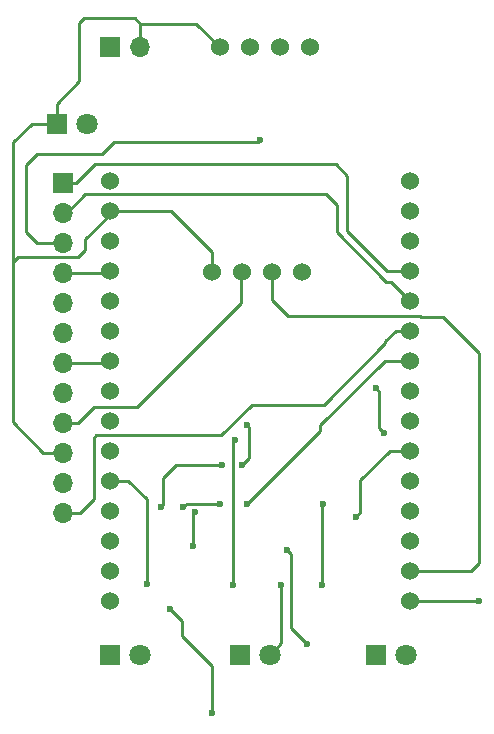
<source format=gbl>
G04 #@! TF.FileFunction,Copper,L2,Bot,Signal*
%FSLAX46Y46*%
G04 Gerber Fmt 4.6, Leading zero omitted, Abs format (unit mm)*
G04 Created by KiCad (PCBNEW 4.0.4-stable) date 10/08/17 18:19:30*
%MOMM*%
%LPD*%
G01*
G04 APERTURE LIST*
%ADD10C,0.100000*%
%ADD11R,1.800000X1.800000*%
%ADD12C,1.800000*%
%ADD13C,1.524000*%
%ADD14R,1.700000X1.700000*%
%ADD15O,1.700000X1.700000*%
%ADD16C,0.600000*%
%ADD17C,0.250000*%
G04 APERTURE END LIST*
D10*
D11*
X125500000Y-130000000D03*
D12*
X128040000Y-130000000D03*
D11*
X136500000Y-130000000D03*
D12*
X139040000Y-130000000D03*
D11*
X148000000Y-130000000D03*
D12*
X150540000Y-130000000D03*
D11*
X121000000Y-85000000D03*
D12*
X123540000Y-85000000D03*
D13*
X134152000Y-97600000D03*
X136692000Y-97600000D03*
X139232000Y-97600000D03*
X141772000Y-97600000D03*
X125500000Y-125380000D03*
X125500000Y-122840000D03*
X125500000Y-120300000D03*
X125500000Y-117760000D03*
X125500000Y-115220000D03*
X125500000Y-112680000D03*
X125500000Y-110140000D03*
X125500000Y-107600000D03*
X125500000Y-105060000D03*
X125500000Y-102520000D03*
X125500000Y-99980000D03*
X125500000Y-97440000D03*
X125500000Y-94900000D03*
X125500000Y-92360000D03*
X125500000Y-89820000D03*
X150900000Y-125380000D03*
X150900000Y-122840000D03*
X150900000Y-120300000D03*
X150900000Y-117760000D03*
X150900000Y-115220000D03*
X150900000Y-112680000D03*
X150900000Y-110140000D03*
X150900000Y-107600000D03*
X150900000Y-105060000D03*
X150900000Y-102520000D03*
X150900000Y-99980000D03*
X150900000Y-97440000D03*
X150900000Y-94900000D03*
X150900000Y-92360000D03*
X150900000Y-89820000D03*
X134770000Y-78500000D03*
X137310000Y-78500000D03*
X139850000Y-78500000D03*
X142390000Y-78500000D03*
D14*
X121500000Y-90000000D03*
D15*
X121500000Y-92540000D03*
X121500000Y-95080000D03*
X121500000Y-97620000D03*
X121500000Y-100160000D03*
X121500000Y-102700000D03*
X121500000Y-105240000D03*
X121500000Y-107780000D03*
X121500000Y-110320000D03*
X121500000Y-112860000D03*
X121500000Y-115400000D03*
X121500000Y-117940000D03*
D14*
X125500000Y-78500000D03*
D15*
X128040000Y-78500000D03*
D16*
X132500000Y-120800000D03*
X132700000Y-117900000D03*
X140000000Y-124100000D03*
X148000000Y-107400000D03*
X148700000Y-111200000D03*
X137100000Y-110500000D03*
X136700000Y-113900000D03*
X135000000Y-113900000D03*
X129800000Y-117500000D03*
X128600000Y-124000000D03*
X143400000Y-124100000D03*
X143500000Y-117200000D03*
X135900000Y-124100000D03*
X136100000Y-111800000D03*
X140500000Y-121100000D03*
X142200000Y-129100000D03*
X156700000Y-125400000D03*
X146300000Y-118300000D03*
X134100000Y-134900000D03*
X130600000Y-126100000D03*
X138200000Y-86400000D03*
X137100000Y-117200000D03*
X134800000Y-117200000D03*
X131700000Y-117500000D03*
D17*
X125500000Y-92360000D02*
X125500000Y-92700000D01*
X125500000Y-92700000D02*
X123400000Y-94800000D01*
X117700000Y-96300000D02*
X117300000Y-96700000D01*
X122800000Y-96300000D02*
X117700000Y-96300000D01*
X123400000Y-95700000D02*
X122800000Y-96300000D01*
X123400000Y-94800000D02*
X123400000Y-95700000D01*
X125500000Y-92360000D02*
X130660000Y-92360000D01*
X134152000Y-95852000D02*
X134152000Y-97600000D01*
X130660000Y-92360000D02*
X134152000Y-95852000D01*
X128040000Y-76540000D02*
X132810000Y-76540000D01*
X132810000Y-76540000D02*
X134770000Y-78500000D01*
X121000000Y-85000000D02*
X121000000Y-83300000D01*
X128040000Y-76540000D02*
X128040000Y-78500000D01*
X127600000Y-76100000D02*
X128040000Y-76540000D01*
X123300000Y-76100000D02*
X127600000Y-76100000D01*
X122900000Y-76500000D02*
X123300000Y-76100000D01*
X122900000Y-81400000D02*
X122900000Y-76500000D01*
X121000000Y-83300000D02*
X122900000Y-81400000D01*
X121500000Y-112860000D02*
X119860000Y-112860000D01*
X118900000Y-85000000D02*
X121000000Y-85000000D01*
X117300000Y-86600000D02*
X118900000Y-85000000D01*
X117300000Y-110300000D02*
X117300000Y-96700000D01*
X117300000Y-96700000D02*
X117300000Y-86600000D01*
X119860000Y-112860000D02*
X117300000Y-110300000D01*
X132500000Y-118100000D02*
X132500000Y-120800000D01*
X132700000Y-117900000D02*
X132500000Y-118100000D01*
X139040000Y-130000000D02*
X139040000Y-129960000D01*
X139040000Y-129960000D02*
X140000000Y-129000000D01*
X140000000Y-129000000D02*
X140000000Y-124100000D01*
X121500000Y-110320000D02*
X122780000Y-110320000D01*
X136600000Y-100200000D02*
X136600000Y-97692000D01*
X127800000Y-109000000D02*
X136600000Y-100200000D01*
X124100000Y-109000000D02*
X127800000Y-109000000D01*
X122780000Y-110320000D02*
X124100000Y-109000000D01*
X136600000Y-97692000D02*
X136692000Y-97600000D01*
X150900000Y-122840000D02*
X156060000Y-122840000D01*
X139232000Y-99932000D02*
X139232000Y-97600000D01*
X140600000Y-101300000D02*
X139232000Y-99932000D01*
X151700000Y-101300000D02*
X140600000Y-101300000D01*
X151800000Y-101400000D02*
X151700000Y-101300000D01*
X153700000Y-101400000D02*
X151800000Y-101400000D01*
X156700000Y-104400000D02*
X153700000Y-101400000D01*
X156700000Y-122200000D02*
X156700000Y-104400000D01*
X156060000Y-122840000D02*
X156700000Y-122200000D01*
X148300000Y-107700000D02*
X148000000Y-107400000D01*
X148300000Y-110800000D02*
X148300000Y-107700000D01*
X148700000Y-111200000D02*
X148300000Y-110800000D01*
X137300000Y-110700000D02*
X137100000Y-110500000D01*
X137300000Y-113300000D02*
X137300000Y-110700000D01*
X136700000Y-113900000D02*
X137300000Y-113300000D01*
X131100000Y-113900000D02*
X135000000Y-113900000D01*
X130000000Y-115000000D02*
X131100000Y-113900000D01*
X130000000Y-117300000D02*
X130000000Y-115000000D01*
X129800000Y-117500000D02*
X130000000Y-117300000D01*
X125500000Y-115220000D02*
X127020000Y-115220000D01*
X128600000Y-116800000D02*
X128600000Y-124000000D01*
X127020000Y-115220000D02*
X128600000Y-116800000D01*
X143400000Y-117300000D02*
X143400000Y-124100000D01*
X143500000Y-117200000D02*
X143400000Y-117300000D01*
X135900000Y-112000000D02*
X135900000Y-124100000D01*
X136100000Y-111800000D02*
X135900000Y-112000000D01*
X140800000Y-121400000D02*
X140500000Y-121100000D01*
X140800000Y-127700000D02*
X140800000Y-121400000D01*
X142200000Y-129100000D02*
X140800000Y-127700000D01*
X156680000Y-125380000D02*
X150900000Y-125380000D01*
X156700000Y-125400000D02*
X156680000Y-125380000D01*
X149220000Y-112680000D02*
X150900000Y-112680000D01*
X146700000Y-115200000D02*
X149220000Y-112680000D01*
X146700000Y-117900000D02*
X146700000Y-115200000D01*
X146300000Y-118300000D02*
X146700000Y-117900000D01*
X134100000Y-130900000D02*
X134100000Y-134900000D01*
X131600000Y-128400000D02*
X134100000Y-130900000D01*
X131600000Y-127100000D02*
X131600000Y-128400000D01*
X130600000Y-126100000D02*
X131600000Y-127100000D01*
X121500000Y-90000000D02*
X122600000Y-90000000D01*
X148940000Y-97440000D02*
X150900000Y-97440000D01*
X145600000Y-94100000D02*
X148940000Y-97440000D01*
X145600000Y-89400000D02*
X145600000Y-94100000D01*
X144600000Y-88400000D02*
X145600000Y-89400000D01*
X124200000Y-88400000D02*
X144600000Y-88400000D01*
X122600000Y-90000000D02*
X124200000Y-88400000D01*
X121500000Y-92540000D02*
X121860000Y-92540000D01*
X121860000Y-92540000D02*
X123400000Y-91000000D01*
X123400000Y-91000000D02*
X143800000Y-91000000D01*
X143800000Y-91000000D02*
X144700000Y-91900000D01*
X144700000Y-91900000D02*
X144700000Y-94200000D01*
X144700000Y-94200000D02*
X148900000Y-98400000D01*
X148900000Y-98400000D02*
X149320000Y-98400000D01*
X149320000Y-98400000D02*
X150900000Y-99980000D01*
X119280000Y-95080000D02*
X121500000Y-95080000D01*
X118400000Y-94200000D02*
X119280000Y-95080000D01*
X118400000Y-88500000D02*
X118400000Y-94200000D01*
X119300000Y-87600000D02*
X118400000Y-88500000D01*
X124800000Y-87600000D02*
X119300000Y-87600000D01*
X125800000Y-86600000D02*
X124800000Y-87600000D01*
X138000000Y-86600000D02*
X125800000Y-86600000D01*
X138200000Y-86400000D02*
X138000000Y-86600000D01*
X121500000Y-97620000D02*
X125320000Y-97620000D01*
X125320000Y-97620000D02*
X125500000Y-97440000D01*
X121500000Y-105240000D02*
X125320000Y-105240000D01*
X125320000Y-105240000D02*
X125500000Y-105060000D01*
X148740000Y-105060000D02*
X150900000Y-105060000D01*
X143300000Y-110500000D02*
X148740000Y-105060000D01*
X143300000Y-111000000D02*
X143300000Y-110500000D01*
X137100000Y-117200000D02*
X143300000Y-111000000D01*
X132000000Y-117200000D02*
X134800000Y-117200000D01*
X131700000Y-117500000D02*
X132000000Y-117200000D01*
X121500000Y-117940000D02*
X122960000Y-117940000D01*
X149680000Y-102520000D02*
X150900000Y-102520000D01*
X148800000Y-103400000D02*
X149680000Y-102520000D01*
X148800000Y-103600000D02*
X148800000Y-103400000D01*
X143600000Y-108800000D02*
X148800000Y-103600000D01*
X137500000Y-108800000D02*
X143600000Y-108800000D01*
X134900000Y-111400000D02*
X137500000Y-108800000D01*
X124300000Y-111400000D02*
X134900000Y-111400000D01*
X124100000Y-111600000D02*
X124300000Y-111400000D01*
X124100000Y-116800000D02*
X124100000Y-111600000D01*
X122960000Y-117940000D02*
X124100000Y-116800000D01*
M02*

</source>
